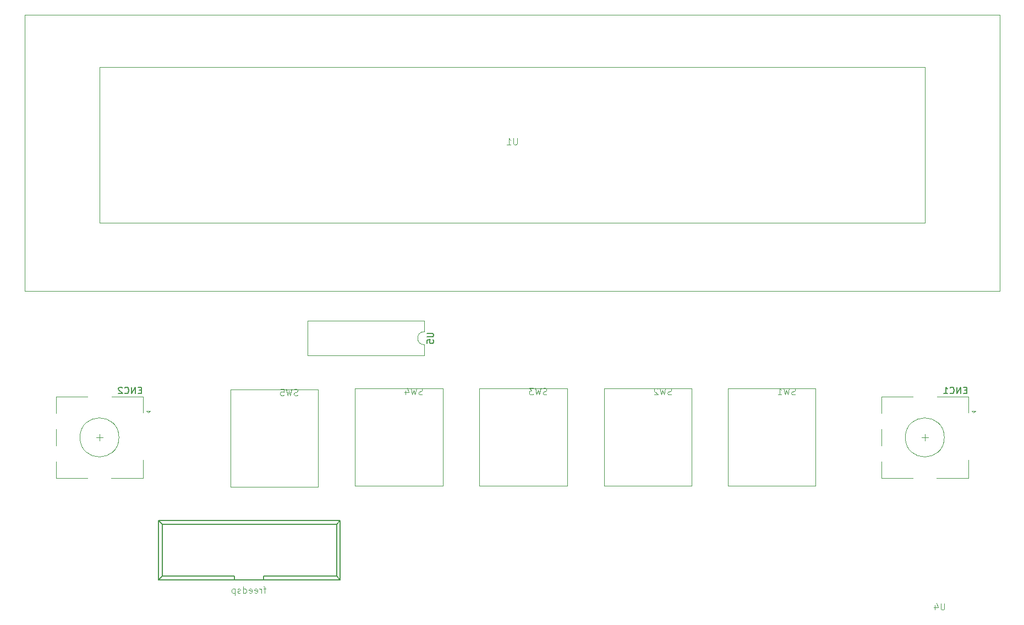
<source format=gbo>
G04 #@! TF.GenerationSoftware,KiCad,Pcbnew,7.0.10*
G04 #@! TF.CreationDate,2024-01-22T16:50:30+01:00*
G04 #@! TF.ProjectId,GP1294-Teens4,47503132-3934-42d5-9465-656e73342e6b,1.0.0*
G04 #@! TF.SameCoordinates,Original*
G04 #@! TF.FileFunction,Legend,Bot*
G04 #@! TF.FilePolarity,Positive*
%FSLAX46Y46*%
G04 Gerber Fmt 4.6, Leading zero omitted, Abs format (unit mm)*
G04 Created by KiCad (PCBNEW 7.0.10) date 2024-01-22 16:50:30*
%MOMM*%
%LPD*%
G01*
G04 APERTURE LIST*
G04 Aperture macros list*
%AMFreePoly0*
4,1,17,0.328853,0.743121,0.743121,0.328853,0.758000,0.292932,0.758000,-0.292932,0.743121,-0.328853,0.328853,-0.743121,0.292932,-0.758000,-0.292932,-0.758000,-0.328853,-0.743121,-0.743121,-0.328853,-0.758000,-0.292932,-0.758000,0.292932,-0.743121,0.328853,-0.328853,0.743121,-0.292932,0.758000,0.292932,0.758000,0.328853,0.743121,0.328853,0.743121,$1*%
G04 Aperture macros list end*
%ADD10C,0.150000*%
%ADD11C,0.100000*%
%ADD12C,0.120000*%
%ADD13O,3.149600X1.625600*%
%ADD14R,1.700000X2.500000*%
%ADD15O,1.700000X2.500000*%
%ADD16FreePoly0,270.000000*%
%ADD17R,1.600000X1.600000*%
%ADD18O,1.600000X1.600000*%
%ADD19R,2.000000X2.000000*%
%ADD20C,2.000000*%
%ADD21R,3.000000X2.500000*%
%ADD22R,1.727200X1.727200*%
%ADD23O,1.727200X1.727200*%
%ADD24C,3.000000*%
%ADD25O,1.500000X2.600000*%
G04 APERTURE END LIST*
D10*
X136912819Y-108966095D02*
X137722342Y-108966095D01*
X137722342Y-108966095D02*
X137817580Y-109013714D01*
X137817580Y-109013714D02*
X137865200Y-109061333D01*
X137865200Y-109061333D02*
X137912819Y-109156571D01*
X137912819Y-109156571D02*
X137912819Y-109347047D01*
X137912819Y-109347047D02*
X137865200Y-109442285D01*
X137865200Y-109442285D02*
X137817580Y-109489904D01*
X137817580Y-109489904D02*
X137722342Y-109537523D01*
X137722342Y-109537523D02*
X136912819Y-109537523D01*
X136912819Y-110489904D02*
X136912819Y-110013714D01*
X136912819Y-110013714D02*
X137389009Y-109966095D01*
X137389009Y-109966095D02*
X137341390Y-110013714D01*
X137341390Y-110013714D02*
X137293771Y-110108952D01*
X137293771Y-110108952D02*
X137293771Y-110347047D01*
X137293771Y-110347047D02*
X137341390Y-110442285D01*
X137341390Y-110442285D02*
X137389009Y-110489904D01*
X137389009Y-110489904D02*
X137484247Y-110537523D01*
X137484247Y-110537523D02*
X137722342Y-110537523D01*
X137722342Y-110537523D02*
X137817580Y-110489904D01*
X137817580Y-110489904D02*
X137865200Y-110442285D01*
X137865200Y-110442285D02*
X137912819Y-110347047D01*
X137912819Y-110347047D02*
X137912819Y-110108952D01*
X137912819Y-110108952D02*
X137865200Y-110013714D01*
X137865200Y-110013714D02*
X137817580Y-109966095D01*
X219914285Y-117731009D02*
X219580952Y-117731009D01*
X219438095Y-118254819D02*
X219914285Y-118254819D01*
X219914285Y-118254819D02*
X219914285Y-117254819D01*
X219914285Y-117254819D02*
X219438095Y-117254819D01*
X219009523Y-118254819D02*
X219009523Y-117254819D01*
X219009523Y-117254819D02*
X218438095Y-118254819D01*
X218438095Y-118254819D02*
X218438095Y-117254819D01*
X217390476Y-118159580D02*
X217438095Y-118207200D01*
X217438095Y-118207200D02*
X217580952Y-118254819D01*
X217580952Y-118254819D02*
X217676190Y-118254819D01*
X217676190Y-118254819D02*
X217819047Y-118207200D01*
X217819047Y-118207200D02*
X217914285Y-118111961D01*
X217914285Y-118111961D02*
X217961904Y-118016723D01*
X217961904Y-118016723D02*
X218009523Y-117826247D01*
X218009523Y-117826247D02*
X218009523Y-117683390D01*
X218009523Y-117683390D02*
X217961904Y-117492914D01*
X217961904Y-117492914D02*
X217914285Y-117397676D01*
X217914285Y-117397676D02*
X217819047Y-117302438D01*
X217819047Y-117302438D02*
X217676190Y-117254819D01*
X217676190Y-117254819D02*
X217580952Y-117254819D01*
X217580952Y-117254819D02*
X217438095Y-117302438D01*
X217438095Y-117302438D02*
X217390476Y-117350057D01*
X216438095Y-118254819D02*
X217009523Y-118254819D01*
X216723809Y-118254819D02*
X216723809Y-117254819D01*
X216723809Y-117254819D02*
X216819047Y-117397676D01*
X216819047Y-117397676D02*
X216914285Y-117492914D01*
X216914285Y-117492914D02*
X217009523Y-117540533D01*
D11*
X216519904Y-150526419D02*
X216519904Y-151335942D01*
X216519904Y-151335942D02*
X216472285Y-151431180D01*
X216472285Y-151431180D02*
X216424666Y-151478800D01*
X216424666Y-151478800D02*
X216329428Y-151526419D01*
X216329428Y-151526419D02*
X216138952Y-151526419D01*
X216138952Y-151526419D02*
X216043714Y-151478800D01*
X216043714Y-151478800D02*
X215996095Y-151431180D01*
X215996095Y-151431180D02*
X215948476Y-151335942D01*
X215948476Y-151335942D02*
X215948476Y-150526419D01*
X215043714Y-150859752D02*
X215043714Y-151526419D01*
X215281809Y-150478800D02*
X215519904Y-151193085D01*
X215519904Y-151193085D02*
X214900857Y-151193085D01*
X112096972Y-148274752D02*
X111716020Y-148274752D01*
X111954115Y-148941419D02*
X111954115Y-148084276D01*
X111954115Y-148084276D02*
X111906496Y-147989038D01*
X111906496Y-147989038D02*
X111811258Y-147941419D01*
X111811258Y-147941419D02*
X111716020Y-147941419D01*
X111382686Y-148941419D02*
X111382686Y-148274752D01*
X111382686Y-148465228D02*
X111335067Y-148369990D01*
X111335067Y-148369990D02*
X111287448Y-148322371D01*
X111287448Y-148322371D02*
X111192210Y-148274752D01*
X111192210Y-148274752D02*
X111096972Y-148274752D01*
X110382686Y-148893800D02*
X110477924Y-148941419D01*
X110477924Y-148941419D02*
X110668400Y-148941419D01*
X110668400Y-148941419D02*
X110763638Y-148893800D01*
X110763638Y-148893800D02*
X110811257Y-148798561D01*
X110811257Y-148798561D02*
X110811257Y-148417609D01*
X110811257Y-148417609D02*
X110763638Y-148322371D01*
X110763638Y-148322371D02*
X110668400Y-148274752D01*
X110668400Y-148274752D02*
X110477924Y-148274752D01*
X110477924Y-148274752D02*
X110382686Y-148322371D01*
X110382686Y-148322371D02*
X110335067Y-148417609D01*
X110335067Y-148417609D02*
X110335067Y-148512847D01*
X110335067Y-148512847D02*
X110811257Y-148608085D01*
X109525543Y-148893800D02*
X109620781Y-148941419D01*
X109620781Y-148941419D02*
X109811257Y-148941419D01*
X109811257Y-148941419D02*
X109906495Y-148893800D01*
X109906495Y-148893800D02*
X109954114Y-148798561D01*
X109954114Y-148798561D02*
X109954114Y-148417609D01*
X109954114Y-148417609D02*
X109906495Y-148322371D01*
X109906495Y-148322371D02*
X109811257Y-148274752D01*
X109811257Y-148274752D02*
X109620781Y-148274752D01*
X109620781Y-148274752D02*
X109525543Y-148322371D01*
X109525543Y-148322371D02*
X109477924Y-148417609D01*
X109477924Y-148417609D02*
X109477924Y-148512847D01*
X109477924Y-148512847D02*
X109954114Y-148608085D01*
X108620781Y-148941419D02*
X108620781Y-147941419D01*
X108620781Y-148893800D02*
X108716019Y-148941419D01*
X108716019Y-148941419D02*
X108906495Y-148941419D01*
X108906495Y-148941419D02*
X109001733Y-148893800D01*
X109001733Y-148893800D02*
X109049352Y-148846180D01*
X109049352Y-148846180D02*
X109096971Y-148750942D01*
X109096971Y-148750942D02*
X109096971Y-148465228D01*
X109096971Y-148465228D02*
X109049352Y-148369990D01*
X109049352Y-148369990D02*
X109001733Y-148322371D01*
X109001733Y-148322371D02*
X108906495Y-148274752D01*
X108906495Y-148274752D02*
X108716019Y-148274752D01*
X108716019Y-148274752D02*
X108620781Y-148322371D01*
X108192209Y-148893800D02*
X108096971Y-148941419D01*
X108096971Y-148941419D02*
X107906495Y-148941419D01*
X107906495Y-148941419D02*
X107811257Y-148893800D01*
X107811257Y-148893800D02*
X107763638Y-148798561D01*
X107763638Y-148798561D02*
X107763638Y-148750942D01*
X107763638Y-148750942D02*
X107811257Y-148655704D01*
X107811257Y-148655704D02*
X107906495Y-148608085D01*
X107906495Y-148608085D02*
X108049352Y-148608085D01*
X108049352Y-148608085D02*
X108144590Y-148560466D01*
X108144590Y-148560466D02*
X108192209Y-148465228D01*
X108192209Y-148465228D02*
X108192209Y-148417609D01*
X108192209Y-148417609D02*
X108144590Y-148322371D01*
X108144590Y-148322371D02*
X108049352Y-148274752D01*
X108049352Y-148274752D02*
X107906495Y-148274752D01*
X107906495Y-148274752D02*
X107811257Y-148322371D01*
X107335066Y-148274752D02*
X107335066Y-149274752D01*
X107335066Y-148322371D02*
X107239828Y-148274752D01*
X107239828Y-148274752D02*
X107049352Y-148274752D01*
X107049352Y-148274752D02*
X106954114Y-148322371D01*
X106954114Y-148322371D02*
X106906495Y-148369990D01*
X106906495Y-148369990D02*
X106858876Y-148465228D01*
X106858876Y-148465228D02*
X106858876Y-148750942D01*
X106858876Y-148750942D02*
X106906495Y-148846180D01*
X106906495Y-148846180D02*
X106954114Y-148893800D01*
X106954114Y-148893800D02*
X107049352Y-148941419D01*
X107049352Y-148941419D02*
X107239828Y-148941419D01*
X107239828Y-148941419D02*
X107335066Y-148893800D01*
X136171332Y-118377800D02*
X136028475Y-118425419D01*
X136028475Y-118425419D02*
X135790380Y-118425419D01*
X135790380Y-118425419D02*
X135695142Y-118377800D01*
X135695142Y-118377800D02*
X135647523Y-118330180D01*
X135647523Y-118330180D02*
X135599904Y-118234942D01*
X135599904Y-118234942D02*
X135599904Y-118139704D01*
X135599904Y-118139704D02*
X135647523Y-118044466D01*
X135647523Y-118044466D02*
X135695142Y-117996847D01*
X135695142Y-117996847D02*
X135790380Y-117949228D01*
X135790380Y-117949228D02*
X135980856Y-117901609D01*
X135980856Y-117901609D02*
X136076094Y-117853990D01*
X136076094Y-117853990D02*
X136123713Y-117806371D01*
X136123713Y-117806371D02*
X136171332Y-117711133D01*
X136171332Y-117711133D02*
X136171332Y-117615895D01*
X136171332Y-117615895D02*
X136123713Y-117520657D01*
X136123713Y-117520657D02*
X136076094Y-117473038D01*
X136076094Y-117473038D02*
X135980856Y-117425419D01*
X135980856Y-117425419D02*
X135742761Y-117425419D01*
X135742761Y-117425419D02*
X135599904Y-117473038D01*
X135266570Y-117425419D02*
X135028475Y-118425419D01*
X135028475Y-118425419D02*
X134837999Y-117711133D01*
X134837999Y-117711133D02*
X134647523Y-118425419D01*
X134647523Y-118425419D02*
X134409428Y-117425419D01*
X133599904Y-117758752D02*
X133599904Y-118425419D01*
X133837999Y-117377800D02*
X134076094Y-118092085D01*
X134076094Y-118092085D02*
X133457047Y-118092085D01*
D10*
X92914285Y-117731009D02*
X92580952Y-117731009D01*
X92438095Y-118254819D02*
X92914285Y-118254819D01*
X92914285Y-118254819D02*
X92914285Y-117254819D01*
X92914285Y-117254819D02*
X92438095Y-117254819D01*
X92009523Y-118254819D02*
X92009523Y-117254819D01*
X92009523Y-117254819D02*
X91438095Y-118254819D01*
X91438095Y-118254819D02*
X91438095Y-117254819D01*
X90390476Y-118159580D02*
X90438095Y-118207200D01*
X90438095Y-118207200D02*
X90580952Y-118254819D01*
X90580952Y-118254819D02*
X90676190Y-118254819D01*
X90676190Y-118254819D02*
X90819047Y-118207200D01*
X90819047Y-118207200D02*
X90914285Y-118111961D01*
X90914285Y-118111961D02*
X90961904Y-118016723D01*
X90961904Y-118016723D02*
X91009523Y-117826247D01*
X91009523Y-117826247D02*
X91009523Y-117683390D01*
X91009523Y-117683390D02*
X90961904Y-117492914D01*
X90961904Y-117492914D02*
X90914285Y-117397676D01*
X90914285Y-117397676D02*
X90819047Y-117302438D01*
X90819047Y-117302438D02*
X90676190Y-117254819D01*
X90676190Y-117254819D02*
X90580952Y-117254819D01*
X90580952Y-117254819D02*
X90438095Y-117302438D01*
X90438095Y-117302438D02*
X90390476Y-117350057D01*
X90009523Y-117350057D02*
X89961904Y-117302438D01*
X89961904Y-117302438D02*
X89866666Y-117254819D01*
X89866666Y-117254819D02*
X89628571Y-117254819D01*
X89628571Y-117254819D02*
X89533333Y-117302438D01*
X89533333Y-117302438D02*
X89485714Y-117350057D01*
X89485714Y-117350057D02*
X89438095Y-117445295D01*
X89438095Y-117445295D02*
X89438095Y-117540533D01*
X89438095Y-117540533D02*
X89485714Y-117683390D01*
X89485714Y-117683390D02*
X90057142Y-118254819D01*
X90057142Y-118254819D02*
X89438095Y-118254819D01*
D11*
X174497332Y-118377800D02*
X174354475Y-118425419D01*
X174354475Y-118425419D02*
X174116380Y-118425419D01*
X174116380Y-118425419D02*
X174021142Y-118377800D01*
X174021142Y-118377800D02*
X173973523Y-118330180D01*
X173973523Y-118330180D02*
X173925904Y-118234942D01*
X173925904Y-118234942D02*
X173925904Y-118139704D01*
X173925904Y-118139704D02*
X173973523Y-118044466D01*
X173973523Y-118044466D02*
X174021142Y-117996847D01*
X174021142Y-117996847D02*
X174116380Y-117949228D01*
X174116380Y-117949228D02*
X174306856Y-117901609D01*
X174306856Y-117901609D02*
X174402094Y-117853990D01*
X174402094Y-117853990D02*
X174449713Y-117806371D01*
X174449713Y-117806371D02*
X174497332Y-117711133D01*
X174497332Y-117711133D02*
X174497332Y-117615895D01*
X174497332Y-117615895D02*
X174449713Y-117520657D01*
X174449713Y-117520657D02*
X174402094Y-117473038D01*
X174402094Y-117473038D02*
X174306856Y-117425419D01*
X174306856Y-117425419D02*
X174068761Y-117425419D01*
X174068761Y-117425419D02*
X173925904Y-117473038D01*
X173592570Y-117425419D02*
X173354475Y-118425419D01*
X173354475Y-118425419D02*
X173163999Y-117711133D01*
X173163999Y-117711133D02*
X172973523Y-118425419D01*
X172973523Y-118425419D02*
X172735428Y-117425419D01*
X172402094Y-117520657D02*
X172354475Y-117473038D01*
X172354475Y-117473038D02*
X172259237Y-117425419D01*
X172259237Y-117425419D02*
X172021142Y-117425419D01*
X172021142Y-117425419D02*
X171925904Y-117473038D01*
X171925904Y-117473038D02*
X171878285Y-117520657D01*
X171878285Y-117520657D02*
X171830666Y-117615895D01*
X171830666Y-117615895D02*
X171830666Y-117711133D01*
X171830666Y-117711133D02*
X171878285Y-117853990D01*
X171878285Y-117853990D02*
X172449713Y-118425419D01*
X172449713Y-118425419D02*
X171830666Y-118425419D01*
X193547332Y-118377800D02*
X193404475Y-118425419D01*
X193404475Y-118425419D02*
X193166380Y-118425419D01*
X193166380Y-118425419D02*
X193071142Y-118377800D01*
X193071142Y-118377800D02*
X193023523Y-118330180D01*
X193023523Y-118330180D02*
X192975904Y-118234942D01*
X192975904Y-118234942D02*
X192975904Y-118139704D01*
X192975904Y-118139704D02*
X193023523Y-118044466D01*
X193023523Y-118044466D02*
X193071142Y-117996847D01*
X193071142Y-117996847D02*
X193166380Y-117949228D01*
X193166380Y-117949228D02*
X193356856Y-117901609D01*
X193356856Y-117901609D02*
X193452094Y-117853990D01*
X193452094Y-117853990D02*
X193499713Y-117806371D01*
X193499713Y-117806371D02*
X193547332Y-117711133D01*
X193547332Y-117711133D02*
X193547332Y-117615895D01*
X193547332Y-117615895D02*
X193499713Y-117520657D01*
X193499713Y-117520657D02*
X193452094Y-117473038D01*
X193452094Y-117473038D02*
X193356856Y-117425419D01*
X193356856Y-117425419D02*
X193118761Y-117425419D01*
X193118761Y-117425419D02*
X192975904Y-117473038D01*
X192642570Y-117425419D02*
X192404475Y-118425419D01*
X192404475Y-118425419D02*
X192213999Y-117711133D01*
X192213999Y-117711133D02*
X192023523Y-118425419D01*
X192023523Y-118425419D02*
X191785428Y-117425419D01*
X190880666Y-118425419D02*
X191452094Y-118425419D01*
X191166380Y-118425419D02*
X191166380Y-117425419D01*
X191166380Y-117425419D02*
X191261618Y-117568276D01*
X191261618Y-117568276D02*
X191356856Y-117663514D01*
X191356856Y-117663514D02*
X191452094Y-117711133D01*
X150761904Y-78957419D02*
X150761904Y-79766942D01*
X150761904Y-79766942D02*
X150714285Y-79862180D01*
X150714285Y-79862180D02*
X150666666Y-79909800D01*
X150666666Y-79909800D02*
X150571428Y-79957419D01*
X150571428Y-79957419D02*
X150380952Y-79957419D01*
X150380952Y-79957419D02*
X150285714Y-79909800D01*
X150285714Y-79909800D02*
X150238095Y-79862180D01*
X150238095Y-79862180D02*
X150190476Y-79766942D01*
X150190476Y-79766942D02*
X150190476Y-78957419D01*
X149190476Y-79957419D02*
X149761904Y-79957419D01*
X149476190Y-79957419D02*
X149476190Y-78957419D01*
X149476190Y-78957419D02*
X149571428Y-79100276D01*
X149571428Y-79100276D02*
X149666666Y-79195514D01*
X149666666Y-79195514D02*
X149761904Y-79243133D01*
X116989332Y-118505800D02*
X116846475Y-118553419D01*
X116846475Y-118553419D02*
X116608380Y-118553419D01*
X116608380Y-118553419D02*
X116513142Y-118505800D01*
X116513142Y-118505800D02*
X116465523Y-118458180D01*
X116465523Y-118458180D02*
X116417904Y-118362942D01*
X116417904Y-118362942D02*
X116417904Y-118267704D01*
X116417904Y-118267704D02*
X116465523Y-118172466D01*
X116465523Y-118172466D02*
X116513142Y-118124847D01*
X116513142Y-118124847D02*
X116608380Y-118077228D01*
X116608380Y-118077228D02*
X116798856Y-118029609D01*
X116798856Y-118029609D02*
X116894094Y-117981990D01*
X116894094Y-117981990D02*
X116941713Y-117934371D01*
X116941713Y-117934371D02*
X116989332Y-117839133D01*
X116989332Y-117839133D02*
X116989332Y-117743895D01*
X116989332Y-117743895D02*
X116941713Y-117648657D01*
X116941713Y-117648657D02*
X116894094Y-117601038D01*
X116894094Y-117601038D02*
X116798856Y-117553419D01*
X116798856Y-117553419D02*
X116560761Y-117553419D01*
X116560761Y-117553419D02*
X116417904Y-117601038D01*
X116084570Y-117553419D02*
X115846475Y-118553419D01*
X115846475Y-118553419D02*
X115655999Y-117839133D01*
X115655999Y-117839133D02*
X115465523Y-118553419D01*
X115465523Y-118553419D02*
X115227428Y-117553419D01*
X114370285Y-117553419D02*
X114846475Y-117553419D01*
X114846475Y-117553419D02*
X114894094Y-118029609D01*
X114894094Y-118029609D02*
X114846475Y-117981990D01*
X114846475Y-117981990D02*
X114751237Y-117934371D01*
X114751237Y-117934371D02*
X114513142Y-117934371D01*
X114513142Y-117934371D02*
X114417904Y-117981990D01*
X114417904Y-117981990D02*
X114370285Y-118029609D01*
X114370285Y-118029609D02*
X114322666Y-118124847D01*
X114322666Y-118124847D02*
X114322666Y-118362942D01*
X114322666Y-118362942D02*
X114370285Y-118458180D01*
X114370285Y-118458180D02*
X114417904Y-118505800D01*
X114417904Y-118505800D02*
X114513142Y-118553419D01*
X114513142Y-118553419D02*
X114751237Y-118553419D01*
X114751237Y-118553419D02*
X114846475Y-118505800D01*
X114846475Y-118505800D02*
X114894094Y-118458180D01*
X155306352Y-118368085D02*
X155163495Y-118415704D01*
X155163495Y-118415704D02*
X154925400Y-118415704D01*
X154925400Y-118415704D02*
X154830162Y-118368085D01*
X154830162Y-118368085D02*
X154782543Y-118320465D01*
X154782543Y-118320465D02*
X154734924Y-118225227D01*
X154734924Y-118225227D02*
X154734924Y-118129989D01*
X154734924Y-118129989D02*
X154782543Y-118034751D01*
X154782543Y-118034751D02*
X154830162Y-117987132D01*
X154830162Y-117987132D02*
X154925400Y-117939513D01*
X154925400Y-117939513D02*
X155115876Y-117891894D01*
X155115876Y-117891894D02*
X155211114Y-117844275D01*
X155211114Y-117844275D02*
X155258733Y-117796656D01*
X155258733Y-117796656D02*
X155306352Y-117701418D01*
X155306352Y-117701418D02*
X155306352Y-117606180D01*
X155306352Y-117606180D02*
X155258733Y-117510942D01*
X155258733Y-117510942D02*
X155211114Y-117463323D01*
X155211114Y-117463323D02*
X155115876Y-117415704D01*
X155115876Y-117415704D02*
X154877781Y-117415704D01*
X154877781Y-117415704D02*
X154734924Y-117463323D01*
X154401590Y-117415704D02*
X154163495Y-118415704D01*
X154163495Y-118415704D02*
X153973019Y-117701418D01*
X153973019Y-117701418D02*
X153782543Y-118415704D01*
X153782543Y-118415704D02*
X153544448Y-117415704D01*
X153258733Y-117415704D02*
X152639686Y-117415704D01*
X152639686Y-117415704D02*
X152973019Y-117796656D01*
X152973019Y-117796656D02*
X152830162Y-117796656D01*
X152830162Y-117796656D02*
X152734924Y-117844275D01*
X152734924Y-117844275D02*
X152687305Y-117891894D01*
X152687305Y-117891894D02*
X152639686Y-117987132D01*
X152639686Y-117987132D02*
X152639686Y-118225227D01*
X152639686Y-118225227D02*
X152687305Y-118320465D01*
X152687305Y-118320465D02*
X152734924Y-118368085D01*
X152734924Y-118368085D02*
X152830162Y-118415704D01*
X152830162Y-118415704D02*
X153115876Y-118415704D01*
X153115876Y-118415704D02*
X153211114Y-118368085D01*
X153211114Y-118368085D02*
X153258733Y-118320465D01*
D12*
X136458000Y-112378000D02*
X118558000Y-112378000D01*
X118558000Y-112378000D02*
X118558000Y-107078000D01*
X136458000Y-110728000D02*
X136458000Y-112378000D01*
X136458000Y-107078000D02*
X136458000Y-108728000D01*
X118558000Y-107078000D02*
X136458000Y-107078000D01*
X136458000Y-108728000D02*
G75*
G03*
X136458000Y-110728000I0J-1000000D01*
G01*
X221300000Y-120900000D02*
X220700000Y-120900000D01*
X221000000Y-121200000D02*
X221300000Y-120900000D01*
X220700000Y-120900000D02*
X221000000Y-121200000D01*
X220200000Y-131300000D02*
X220200000Y-128500000D01*
X220200000Y-118700000D02*
X220200000Y-121200000D01*
X215400000Y-118700000D02*
X220200000Y-118700000D01*
X215300000Y-131300000D02*
X220200000Y-131300000D01*
X214000000Y-125000000D02*
X213000000Y-125000000D01*
X213500000Y-124500000D02*
X213500000Y-125500000D01*
X211700000Y-118700000D02*
X206800000Y-118700000D01*
X206800000Y-131300000D02*
X211700000Y-131300000D01*
X206800000Y-128700000D02*
X206800000Y-131300000D01*
X206800000Y-123700000D02*
X206800000Y-126300000D01*
X206800000Y-118700000D02*
X206800000Y-121300000D01*
X216500000Y-125000000D02*
G75*
G03*
X210500000Y-125000000I-3000000J0D01*
G01*
X210500000Y-125000000D02*
G75*
G03*
X216500000Y-125000000I3000000J0D01*
G01*
D10*
X123513000Y-146899000D02*
X122973000Y-146349000D01*
X123513000Y-146899000D02*
X95573000Y-146899000D01*
X123513000Y-137799000D02*
X123513000Y-146899000D01*
X123513000Y-137799000D02*
X122973000Y-138349000D01*
X123513000Y-137799000D02*
X95573000Y-137799000D01*
X122973000Y-146349000D02*
X111793000Y-146349000D01*
X122973000Y-138349000D02*
X122973000Y-146349000D01*
X122973000Y-138349000D02*
X96133000Y-138349000D01*
X111793000Y-146349000D02*
X111793000Y-146899000D01*
X107293000Y-146349000D02*
X107293000Y-146899000D01*
X107293000Y-146349000D02*
X96133000Y-146349000D01*
X96133000Y-138349000D02*
X96133000Y-146349000D01*
X95573000Y-146899000D02*
X96133000Y-146349000D01*
X95573000Y-137799000D02*
X96133000Y-138349000D01*
X95573000Y-137799000D02*
X95573000Y-146899000D01*
D11*
X139338000Y-117468000D02*
X125838000Y-117468000D01*
X125838000Y-117468000D02*
X125838000Y-132468000D01*
X125838000Y-132468000D02*
X139338000Y-132468000D01*
X139338000Y-132468000D02*
X139338000Y-117468000D01*
D12*
X94300000Y-120900000D02*
X93700000Y-120900000D01*
X94000000Y-121200000D02*
X94300000Y-120900000D01*
X93700000Y-120900000D02*
X94000000Y-121200000D01*
X93200000Y-131300000D02*
X93200000Y-128500000D01*
X93200000Y-118700000D02*
X93200000Y-121200000D01*
X88400000Y-118700000D02*
X93200000Y-118700000D01*
X88300000Y-131300000D02*
X93200000Y-131300000D01*
X87000000Y-125000000D02*
X86000000Y-125000000D01*
X86500000Y-124500000D02*
X86500000Y-125500000D01*
X84700000Y-118700000D02*
X79800000Y-118700000D01*
X79800000Y-131300000D02*
X84700000Y-131300000D01*
X79800000Y-128700000D02*
X79800000Y-131300000D01*
X79800000Y-123700000D02*
X79800000Y-126300000D01*
X79800000Y-118700000D02*
X79800000Y-121300000D01*
X89500000Y-125000000D02*
G75*
G03*
X83500000Y-125000000I-3000000J0D01*
G01*
X83500000Y-125000000D02*
G75*
G03*
X89500000Y-125000000I3000000J0D01*
G01*
D11*
X177664000Y-117468000D02*
X164164000Y-117468000D01*
X164164000Y-117468000D02*
X164164000Y-132468000D01*
X164164000Y-132468000D02*
X177664000Y-132468000D01*
X177664000Y-132468000D02*
X177664000Y-117468000D01*
X196714000Y-117468000D02*
X183214000Y-117468000D01*
X183214000Y-117468000D02*
X183214000Y-132468000D01*
X183214000Y-132468000D02*
X196714000Y-132468000D01*
X196714000Y-132468000D02*
X196714000Y-117468000D01*
X86500000Y-68000000D02*
X213500000Y-68000000D01*
X213500000Y-68000000D02*
X213500000Y-92000000D01*
X213500000Y-92000000D02*
X86500000Y-92000000D01*
X86500000Y-92000000D02*
X86500000Y-68000000D01*
X75000000Y-60000000D02*
X225000000Y-60000000D01*
X225000000Y-60000000D02*
X225000000Y-102500000D01*
X225000000Y-102500000D02*
X75000000Y-102500000D01*
X75000000Y-102500000D02*
X75000000Y-60000000D01*
X120156000Y-117596000D02*
X106656000Y-117596000D01*
X106656000Y-117596000D02*
X106656000Y-132596000D01*
X106656000Y-132596000D02*
X120156000Y-132596000D01*
X120156000Y-132596000D02*
X120156000Y-117596000D01*
X158473020Y-117458285D02*
X144973020Y-117458285D01*
X144973020Y-117458285D02*
X144973020Y-132458285D01*
X144973020Y-132458285D02*
X158473020Y-132458285D01*
X158473020Y-132458285D02*
X158473020Y-117458285D01*
%LPC*%
D13*
X68500000Y-70250000D03*
X68500000Y-67710000D03*
X68500000Y-65170000D03*
X68500000Y-62630000D03*
D14*
X169968500Y-107012500D03*
D15*
X172508500Y-107012500D03*
X175048500Y-107012500D03*
D16*
X229250000Y-56130000D03*
X229250000Y-71370000D03*
D17*
X135128000Y-113538000D03*
D18*
X132588000Y-113538000D03*
X130048000Y-113538000D03*
X127508000Y-113538000D03*
X124968000Y-113538000D03*
X122428000Y-113538000D03*
X119888000Y-113538000D03*
X119888000Y-105918000D03*
X122428000Y-105918000D03*
X124968000Y-105918000D03*
X127508000Y-105918000D03*
X130048000Y-105918000D03*
X132588000Y-105918000D03*
X135128000Y-105918000D03*
D19*
X221000000Y-122500000D03*
D20*
X221000000Y-127500000D03*
X221000000Y-125000000D03*
D21*
X213500000Y-130600000D03*
X213500000Y-119400000D03*
D20*
X206500000Y-122500000D03*
X206500000Y-127500000D03*
D22*
X118433000Y-143619000D03*
D23*
X118433000Y-141079000D03*
X115893000Y-143619000D03*
X115893000Y-141079000D03*
X113353000Y-143619000D03*
X113353000Y-141079000D03*
X110813000Y-143619000D03*
X110813000Y-141079000D03*
X108273000Y-143619000D03*
X108273000Y-141079000D03*
X105733000Y-143619000D03*
X105733000Y-141079000D03*
X103193000Y-143619000D03*
X103193000Y-141079000D03*
X100653000Y-143619000D03*
X100653000Y-141079000D03*
D24*
X137338000Y-120268000D03*
X137338000Y-124968000D03*
X137338000Y-129668000D03*
D19*
X94000000Y-122500000D03*
D20*
X94000000Y-127500000D03*
X94000000Y-125000000D03*
D21*
X86500000Y-130600000D03*
X86500000Y-119400000D03*
D20*
X79500000Y-122500000D03*
X79500000Y-127500000D03*
D24*
X175664000Y-120268000D03*
X175664000Y-124968000D03*
X175664000Y-129668000D03*
X194714000Y-120268000D03*
X194714000Y-124968000D03*
X194714000Y-129668000D03*
D25*
X82000000Y-57500000D03*
X84000000Y-57500000D03*
X86000000Y-57500000D03*
X88000000Y-57500000D03*
X98000000Y-57500000D03*
X100000000Y-57500000D03*
X102000000Y-57500000D03*
X104000000Y-57500000D03*
X106000000Y-57500000D03*
X108000000Y-57500000D03*
X110000000Y-57500000D03*
X112000000Y-57500000D03*
X114000000Y-57500000D03*
X116000000Y-57500000D03*
X118000000Y-57500000D03*
X120000000Y-57500000D03*
X122000000Y-57500000D03*
X124000000Y-57500000D03*
X126000000Y-57500000D03*
X128000000Y-57500000D03*
X130000000Y-57500000D03*
X132000000Y-57500000D03*
X190000000Y-57500000D03*
X192000000Y-57500000D03*
X194000000Y-57500000D03*
X200000000Y-57500000D03*
X202000000Y-57500000D03*
X212000000Y-57500000D03*
X214000000Y-57500000D03*
X216000000Y-57500000D03*
X218000000Y-57500000D03*
D24*
X118156000Y-120396000D03*
X118156000Y-125096000D03*
X118156000Y-129796000D03*
X156473020Y-120258285D03*
X156473020Y-124958285D03*
X156473020Y-129658285D03*
%LPD*%
M02*

</source>
